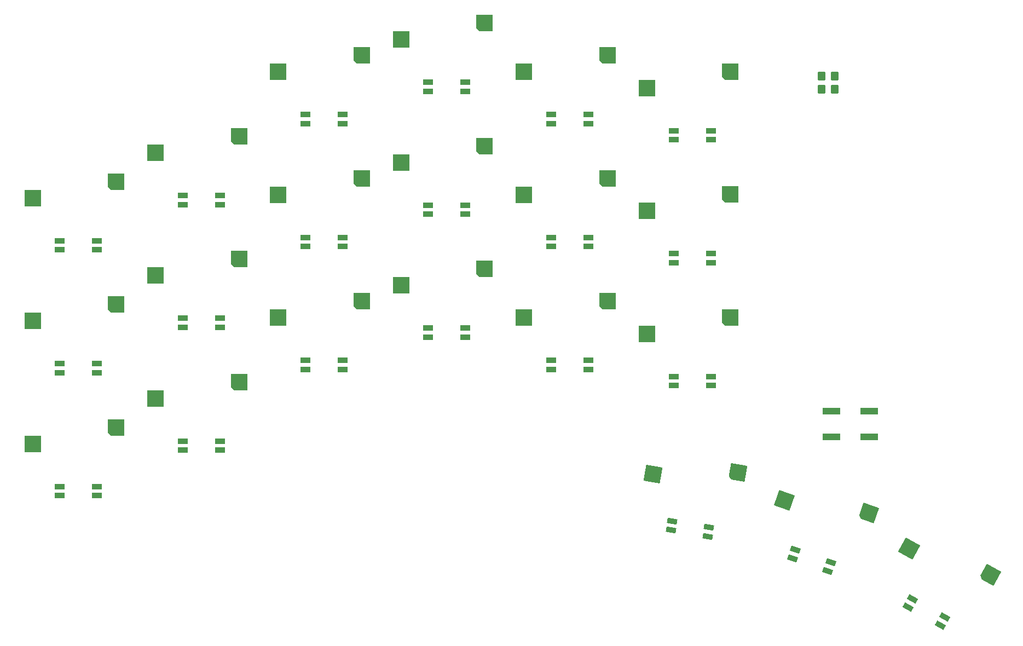
<source format=gbp>
G04 #@! TF.GenerationSoftware,KiCad,Pcbnew,8.0.1*
G04 #@! TF.CreationDate,2024-05-31T00:09:47+02:00*
G04 #@! TF.ProjectId,cornia,636f726e-6961-42e6-9b69-6361645f7063,rev?*
G04 #@! TF.SameCoordinates,Original*
G04 #@! TF.FileFunction,Paste,Bot*
G04 #@! TF.FilePolarity,Positive*
%FSLAX46Y46*%
G04 Gerber Fmt 4.6, Leading zero omitted, Abs format (unit mm)*
G04 Created by KiCad (PCBNEW 8.0.1) date 2024-05-31 00:09:47*
%MOMM*%
%LPD*%
G01*
G04 APERTURE LIST*
G04 Aperture macros list*
%AMRoundRect*
0 Rectangle with rounded corners*
0 $1 Rounding radius*
0 $2 $3 $4 $5 $6 $7 $8 $9 X,Y pos of 4 corners*
0 Add a 4 corners polygon primitive as box body*
4,1,4,$2,$3,$4,$5,$6,$7,$8,$9,$2,$3,0*
0 Add four circle primitives for the rounded corners*
1,1,$1+$1,$2,$3*
1,1,$1+$1,$4,$5*
1,1,$1+$1,$6,$7*
1,1,$1+$1,$8,$9*
0 Add four rect primitives between the rounded corners*
20,1,$1+$1,$2,$3,$4,$5,0*
20,1,$1+$1,$4,$5,$6,$7,0*
20,1,$1+$1,$6,$7,$8,$9,0*
20,1,$1+$1,$8,$9,$2,$3,0*%
%AMRotRect*
0 Rectangle, with rotation*
0 The origin of the aperture is its center*
0 $1 length*
0 $2 width*
0 $3 Rotation angle, in degrees counterclockwise*
0 Add horizontal line*
21,1,$1,$2,0,0,$3*%
%AMOutline5P*
0 Free polygon, 5 corners , with rotation*
0 The origin of the aperture is its center*
0 number of corners: always 5*
0 $1 to $10 corner X, Y*
0 $11 Rotation angle, in degrees counterclockwise*
0 create outline with 5 corners*
4,1,5,$1,$2,$3,$4,$5,$6,$7,$8,$9,$10,$1,$2,$11*%
%AMOutline6P*
0 Free polygon, 6 corners , with rotation*
0 The origin of the aperture is its center*
0 number of corners: always 6*
0 $1 to $12 corner X, Y*
0 $13 Rotation angle, in degrees counterclockwise*
0 create outline with 6 corners*
4,1,6,$1,$2,$3,$4,$5,$6,$7,$8,$9,$10,$11,$12,$1,$2,$13*%
%AMOutline7P*
0 Free polygon, 7 corners , with rotation*
0 The origin of the aperture is its center*
0 number of corners: always 7*
0 $1 to $14 corner X, Y*
0 $15 Rotation angle, in degrees counterclockwise*
0 create outline with 7 corners*
4,1,7,$1,$2,$3,$4,$5,$6,$7,$8,$9,$10,$11,$12,$13,$14,$1,$2,$15*%
%AMOutline8P*
0 Free polygon, 8 corners , with rotation*
0 The origin of the aperture is its center*
0 number of corners: always 8*
0 $1 to $16 corner X, Y*
0 $17 Rotation angle, in degrees counterclockwise*
0 create outline with 8 corners*
4,1,8,$1,$2,$3,$4,$5,$6,$7,$8,$9,$10,$11,$12,$13,$14,$15,$16,$1,$2,$17*%
G04 Aperture macros list end*
%ADD10Outline5P,-1.275000X1.250000X0.825000X1.250000X1.275000X0.800000X1.275000X-1.250000X-1.275000X-1.250000X180.000000*%
%ADD11R,2.550000X2.500000*%
%ADD12R,1.540000X0.825000*%
%ADD13R,1.540000X0.822500*%
%ADD14RotRect,1.540000X0.825000X330.970000*%
%ADD15RotRect,1.540000X0.822500X330.970000*%
%ADD16Outline5P,-1.275000X1.250000X0.825000X1.250000X1.275000X0.800000X1.275000X-1.250000X-1.275000X-1.250000X150.970000*%
%ADD17RotRect,2.550000X2.500000X150.970000*%
%ADD18RotRect,1.540000X0.825000X350.170000*%
%ADD19RotRect,1.540000X0.822500X350.170000*%
%ADD20Outline5P,-1.275000X1.250000X0.825000X1.250000X1.275000X0.800000X1.275000X-1.250000X-1.275000X-1.250000X160.570000*%
%ADD21RotRect,2.550000X2.500000X160.570000*%
%ADD22RotRect,1.540000X0.825000X340.570000*%
%ADD23RotRect,1.540000X0.822500X340.570000*%
%ADD24Outline5P,-1.275000X1.250000X0.825000X1.250000X1.275000X0.800000X1.275000X-1.250000X-1.275000X-1.250000X170.171000*%
%ADD25RotRect,2.550000X2.500000X170.171000*%
%ADD26RoundRect,0.250000X0.350000X0.450000X-0.350000X0.450000X-0.350000X-0.450000X0.350000X-0.450000X0*%
%ADD27R,2.800000X1.000000*%
G04 APERTURE END LIST*
D10*
X36020600Y-87598750D03*
D11*
X23093600Y-90138750D03*
D10*
X131020600Y-70598750D03*
D11*
X118093600Y-73138750D03*
D12*
X27288600Y-77738750D03*
X27288600Y-79138750D03*
D13*
X33048600Y-79140000D03*
D12*
X33048600Y-77738750D03*
D10*
X36020600Y-68598750D03*
D11*
X23093600Y-71138750D03*
D14*
X159155093Y-114142361D03*
X158475718Y-115366473D03*
D15*
X163511458Y-118162706D03*
D14*
X164191440Y-116937501D03*
D12*
X46288600Y-51738750D03*
X46288600Y-53138750D03*
D13*
X52048600Y-53140000D03*
D12*
X52048600Y-51738750D03*
D16*
X171225400Y-110388014D03*
D17*
X158689895Y-106335850D03*
D12*
X103288600Y-77238750D03*
X103288600Y-78638750D03*
D13*
X109048600Y-78640000D03*
D12*
X109048600Y-77238750D03*
X84288600Y-72238750D03*
X84288600Y-73638750D03*
D13*
X90048600Y-73640000D03*
D12*
X90048600Y-72238750D03*
X122288600Y-41738750D03*
X122288600Y-43138750D03*
D13*
X128048600Y-43140000D03*
D12*
X128048600Y-41738750D03*
D18*
X122049444Y-102077602D03*
X121810429Y-103457048D03*
D19*
X127485650Y-104441658D03*
D18*
X127724879Y-103060980D03*
D10*
X93020600Y-25098750D03*
D11*
X80093600Y-27638750D03*
D12*
X65288600Y-58238750D03*
X65288600Y-59638750D03*
D13*
X71048600Y-59640000D03*
D12*
X71048600Y-58238750D03*
D20*
X152380534Y-100835329D03*
D21*
X139344801Y-98930442D03*
D10*
X74020600Y-30098750D03*
D11*
X61093600Y-32638750D03*
D10*
X93020600Y-63098750D03*
D11*
X80093600Y-65638750D03*
D10*
X55020600Y-80598750D03*
D11*
X42093600Y-83138750D03*
D12*
X84288600Y-53238750D03*
X84288600Y-54638750D03*
D13*
X90048600Y-54640000D03*
D12*
X90048600Y-53238750D03*
D10*
X131020600Y-32598750D03*
D11*
X118093600Y-35138750D03*
D12*
X122288600Y-79738750D03*
X122288600Y-81138750D03*
D13*
X128048600Y-81140000D03*
D12*
X128048600Y-79738750D03*
D22*
X141105367Y-106550051D03*
X140639651Y-107870319D03*
D23*
X146071195Y-109787590D03*
D22*
X146537327Y-108466143D03*
D12*
X65288600Y-77238750D03*
X65288600Y-78638750D03*
D13*
X71048600Y-78640000D03*
D12*
X71048600Y-77238750D03*
D10*
X74020600Y-49098750D03*
D11*
X61093600Y-51638750D03*
D10*
X112020600Y-68098750D03*
D11*
X99093600Y-70638750D03*
D12*
X65288600Y-39238750D03*
X65288600Y-40638750D03*
D13*
X71048600Y-40640000D03*
D12*
X71048600Y-39238750D03*
D10*
X112020600Y-30098750D03*
D11*
X99093600Y-32638750D03*
D24*
X132213607Y-94562448D03*
D25*
X119042756Y-94858419D03*
D10*
X131020600Y-51598750D03*
D11*
X118093600Y-54138750D03*
D10*
X36020600Y-49598750D03*
D11*
X23093600Y-52138750D03*
D12*
X103288600Y-58238750D03*
X103288600Y-59638750D03*
D13*
X109048600Y-59640000D03*
D12*
X109048600Y-58238750D03*
D10*
X55020600Y-61598750D03*
D11*
X42093600Y-64138750D03*
D12*
X103288600Y-39238750D03*
X103288600Y-40638750D03*
D13*
X109048600Y-40640000D03*
D12*
X109048600Y-39238750D03*
X122288600Y-60738750D03*
X122288600Y-62138750D03*
D13*
X128048600Y-62140000D03*
D12*
X128048600Y-60738750D03*
D10*
X55020600Y-42598750D03*
D11*
X42093600Y-45138750D03*
D12*
X27288600Y-96738750D03*
X27288600Y-98138750D03*
D13*
X33048600Y-98140000D03*
D12*
X33048600Y-96738750D03*
X46288600Y-89738750D03*
X46288600Y-91138750D03*
D13*
X52048600Y-91140000D03*
D12*
X52048600Y-89738750D03*
X46288600Y-70738750D03*
X46288600Y-72138750D03*
D13*
X52048600Y-72140000D03*
D12*
X52048600Y-70738750D03*
D10*
X74020600Y-68098750D03*
D11*
X61093600Y-70638750D03*
D12*
X27288600Y-58738750D03*
X27288600Y-60138750D03*
D13*
X33048600Y-60140000D03*
D12*
X33048600Y-58738750D03*
D10*
X112020600Y-49098750D03*
D11*
X99093600Y-51638750D03*
D12*
X84288600Y-34238750D03*
X84288600Y-35638750D03*
D13*
X90048600Y-35640000D03*
D12*
X90048600Y-34238750D03*
D10*
X93020600Y-44098750D03*
D11*
X80093600Y-46638750D03*
D26*
X147168600Y-35288750D03*
X145168600Y-35288750D03*
X147168600Y-33288750D03*
X145168600Y-33288750D03*
D27*
X146668600Y-89088750D03*
X152468600Y-89088750D03*
X146668600Y-85088750D03*
X152468600Y-85088750D03*
M02*

</source>
